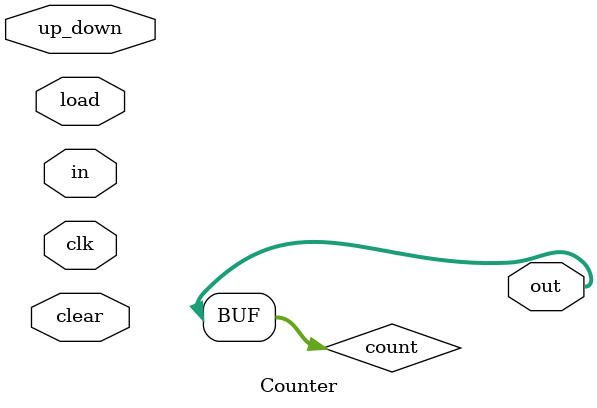
<source format=v>
module Counter( in, clk, clear, load, up_down, out);

// Port Declaration

input   [7:0] in;		//to 8 bits
input   clk, clear, load, up_down;

output  [7:0] out;

reg     [7:0] count;

always @ (posedge clk)
begin
    if (!clear)					//should start again from zero
        counter = 8'b00;		//8 bits in binary
    else if (load)				//load input to the counter
        cnt = d;
    else if (up_down)			//if it says to do up counter
        cnt = cnt + 1;
    else						//if it says to do down
        cnt = cnt - 1;
end 

assign out = count;

endmodule
</source>
